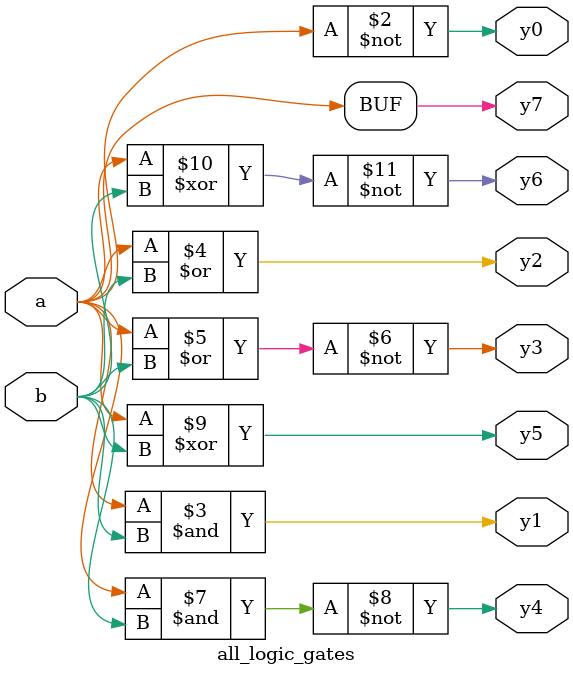
<source format=v>
module all_logic_gates(
      input a,b, 
	  output reg y0,y1,y2,y3,y4,y5,y6,y7);
		/* assign y0=~a;
		assign y1=a&b;
		assign y2=a|b;
		assign y3=~(a|b);
		assign y4=~(a&b);
		assign y5=a^b;
		assign y6=~(a^b);
		assign y7=a; */

		always @(a,b)
			begin
				y0<=~a;
				y1<=a&b;
				y2<=a|b;
				y3<=~(a|b);
				y4<=~(a&b);
				y5<=a^b;
				y6<=~(a^b);
				y7<=a;
			end
endmodule


    


</source>
